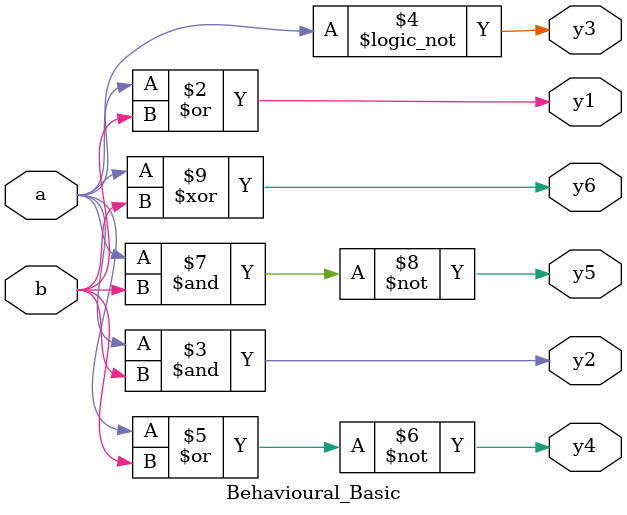
<source format=v>
module Behavioural_Basic(a,b,y1,y2,y3,y4,y5,y6);
    input a,b;
    output y1,y2,y3,y4,y5,y6;
    reg y1,y2,y3,y4,y5,y6;
    always @(a,b)
    begin
        y1 = a|b;
        y2 = a&b;
        y3 = !a;
        y4 = ~(a|b);
        y5 = ~(a&b);
        y6 = a^b;
    end
endmodule
</source>
